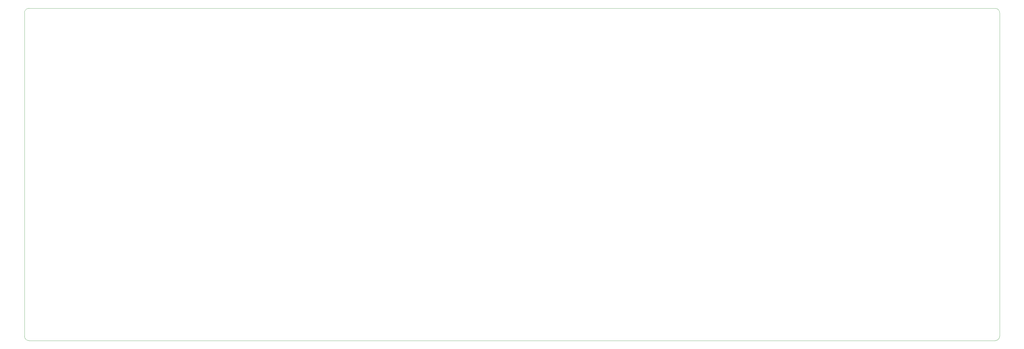
<source format=gbr>
%TF.GenerationSoftware,KiCad,Pcbnew,(6.0.7)*%
%TF.CreationDate,2022-09-01T16:05:58+12:00*%
%TF.ProjectId,custom_keyboard,63757374-6f6d-45f6-9b65-79626f617264,rev?*%
%TF.SameCoordinates,Original*%
%TF.FileFunction,Profile,NP*%
%FSLAX46Y46*%
G04 Gerber Fmt 4.6, Leading zero omitted, Abs format (unit mm)*
G04 Created by KiCad (PCBNEW (6.0.7)) date 2022-09-01 16:05:58*
%MOMM*%
%LPD*%
G01*
G04 APERTURE LIST*
%TA.AperFunction,Profile*%
%ADD10C,0.050000*%
%TD*%
G04 APERTURE END LIST*
D10*
X384016250Y-78105000D02*
X72866250Y-78105000D01*
X385603750Y-194786250D02*
X385603750Y-79692500D01*
X38735000Y-194786250D02*
G75*
G03*
X40322500Y-196373750I1587500J0D01*
G01*
X40322500Y-78105000D02*
G75*
G03*
X38735000Y-79692500I0J-1587500D01*
G01*
X40322500Y-196373750D02*
X384016250Y-196373750D01*
X38735000Y-79692500D02*
X38735000Y-194786250D01*
X384016250Y-196373750D02*
G75*
G03*
X385603750Y-194786250I-50J1587550D01*
G01*
X385603700Y-79692500D02*
G75*
G03*
X384016250Y-78105000I-1587500J0D01*
G01*
X40322500Y-78105000D02*
X72866250Y-78105000D01*
M02*

</source>
